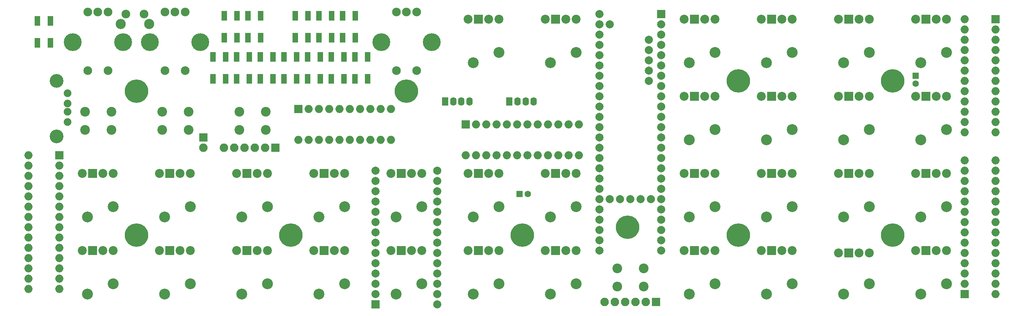
<source format=gbr>
G04 #@! TF.FileFunction,Soldermask,Top*
%FSLAX46Y46*%
G04 Gerber Fmt 4.6, Leading zero omitted, Abs format (unit mm)*
G04 Created by KiCad (PCBNEW 4.0.7) date Sat Mar 24 11:27:51 2018*
%MOMM*%
%LPD*%
G01*
G04 APERTURE LIST*
%ADD10C,0.100000*%
%ADD11R,1.600000X1.600000*%
%ADD12C,1.600000*%
%ADD13C,2.000000*%
%ADD14R,2.000000X2.000000*%
%ADD15C,2.686000*%
%ADD16C,2.500000*%
%ADD17C,2.150000*%
%ADD18C,1.900000*%
%ADD19C,3.400000*%
%ADD20O,2.000000X2.000000*%
%ADD21R,2.100000X2.100000*%
%ADD22O,2.100000X2.100000*%
%ADD23C,2.400000*%
%ADD24R,1.400000X2.400000*%
%ADD25O,4.400000X4.400000*%
%ADD26R,1.600000X2.100000*%
%ADD27O,1.600000X2.100000*%
%ADD28C,5.800000*%
%ADD29C,1.000000*%
%ADD30C,2.200000*%
%ADD31R,2.200000X2.200000*%
G04 APERTURE END LIST*
D10*
D11*
X195580000Y-102235000D03*
D12*
X197580000Y-102235000D03*
D11*
X293370000Y-73025000D03*
D12*
X293370000Y-75025000D03*
D13*
X230505000Y-98425000D03*
X230505000Y-100965000D03*
X230505000Y-103505000D03*
X230505000Y-106045000D03*
X230505000Y-95885000D03*
X230505000Y-93345000D03*
X230505000Y-90805000D03*
X230505000Y-108585000D03*
X230505000Y-111125000D03*
X230505000Y-113665000D03*
X230505000Y-116205000D03*
X227965000Y-103505000D03*
X225425000Y-103505000D03*
X222885000Y-103505000D03*
X220345000Y-103505000D03*
X217805000Y-103505000D03*
X215265000Y-116205000D03*
X215265000Y-113665000D03*
X215265000Y-111125000D03*
X215265000Y-108585000D03*
X215265000Y-106045000D03*
X215265000Y-103505000D03*
X215265000Y-100965000D03*
X215265000Y-98425000D03*
X230505000Y-88265000D03*
X230505000Y-85725000D03*
X230505000Y-83185000D03*
X230505000Y-80645000D03*
X230505000Y-78105000D03*
X230505000Y-75565000D03*
X230505000Y-73025000D03*
X230505000Y-70485000D03*
X230505000Y-67945000D03*
X230505000Y-65405000D03*
X230505000Y-62865000D03*
X230505000Y-60325000D03*
D14*
X230505000Y-57785000D03*
D13*
X215265000Y-95885000D03*
X215265000Y-93345000D03*
X215265000Y-90805000D03*
X215265000Y-88265000D03*
X215265000Y-85725000D03*
X215265000Y-83185000D03*
X215265000Y-80645000D03*
X215265000Y-78105000D03*
X215265000Y-75565000D03*
X215265000Y-73025000D03*
X215265000Y-70485000D03*
X215265000Y-67945000D03*
X215265000Y-65405000D03*
X215265000Y-62865000D03*
X215265000Y-60325000D03*
X215265000Y-57785000D03*
X217805000Y-60325000D03*
X227505000Y-64135000D03*
X227505000Y-66675000D03*
X227505000Y-69215000D03*
X227505000Y-71755000D03*
X227505000Y-74295000D03*
D15*
X294640000Y-107950000D03*
X300990000Y-105410000D03*
X88900000Y-127000000D03*
X95250000Y-124460000D03*
X203200000Y-107950000D03*
X209550000Y-105410000D03*
X184150000Y-107950000D03*
X190500000Y-105410000D03*
X165100000Y-107950000D03*
X171450000Y-105410000D03*
X146050000Y-107950000D03*
X152400000Y-105410000D03*
X127000000Y-107950000D03*
X133350000Y-105410000D03*
X203200000Y-69850000D03*
X209550000Y-67310000D03*
X184150000Y-69850000D03*
X190500000Y-67310000D03*
X237490000Y-127000000D03*
X243840000Y-124460000D03*
X256540000Y-127000000D03*
X262890000Y-124460000D03*
X237490000Y-88900000D03*
X243840000Y-86360000D03*
X275590000Y-127000000D03*
X281940000Y-124460000D03*
X256540000Y-88900000D03*
X262890000Y-86360000D03*
X294640000Y-127000000D03*
X300990000Y-124460000D03*
X275590000Y-88900000D03*
X281940000Y-86360000D03*
X294640000Y-88900000D03*
X300990000Y-86360000D03*
X256540000Y-107950000D03*
X262890000Y-105410000D03*
X237490000Y-69850000D03*
X243840000Y-67310000D03*
X275590000Y-107950000D03*
X281940000Y-105410000D03*
X256540000Y-69850000D03*
X262890000Y-67310000D03*
X294640000Y-69850000D03*
X300990000Y-67310000D03*
X203200000Y-127000000D03*
X209550000Y-124460000D03*
X184150000Y-127000000D03*
X190500000Y-124460000D03*
X165100000Y-127000000D03*
X171450000Y-124460000D03*
X146050000Y-127000000D03*
X152400000Y-124460000D03*
X127000000Y-127000000D03*
X133350000Y-124460000D03*
X107950000Y-127000000D03*
X114300000Y-124460000D03*
X275590000Y-69850000D03*
X281940000Y-67310000D03*
X237490000Y-107950000D03*
X243840000Y-105410000D03*
X107950000Y-107950000D03*
X114300000Y-105410000D03*
X88900000Y-107950000D03*
X95250000Y-105410000D03*
D16*
X97110000Y-60275000D03*
D17*
X98370000Y-57785000D03*
X102870000Y-57785000D03*
D16*
X104120000Y-60275000D03*
D13*
X175260000Y-96520000D03*
X160020000Y-96520000D03*
X175260000Y-99060000D03*
X175260000Y-101600000D03*
X175260000Y-104140000D03*
X175260000Y-106680000D03*
X175260000Y-109220000D03*
X175260000Y-111760000D03*
X175260000Y-114300000D03*
X175260000Y-116840000D03*
X175260000Y-119380000D03*
X175260000Y-121920000D03*
X175260000Y-124460000D03*
X175260000Y-127000000D03*
X175260000Y-129540000D03*
X160020000Y-99060000D03*
X160020000Y-101600000D03*
X160020000Y-104140000D03*
X160020000Y-106680000D03*
X160020000Y-109220000D03*
X160020000Y-111760000D03*
X160020000Y-114300000D03*
X160020000Y-116840000D03*
X160020000Y-119380000D03*
X160020000Y-121920000D03*
X160020000Y-124460000D03*
X160020000Y-127000000D03*
D14*
X160020000Y-129540000D03*
D18*
X83950000Y-77345000D03*
X83950000Y-79885000D03*
X83950000Y-81915000D03*
X83950000Y-84455000D03*
D19*
X81280000Y-74295000D03*
X81280000Y-88015000D03*
D14*
X81915000Y-92710000D03*
D20*
X74295000Y-125730000D03*
X81915000Y-95250000D03*
X74295000Y-123190000D03*
X81915000Y-97790000D03*
X74295000Y-120650000D03*
X81915000Y-100330000D03*
X74295000Y-118110000D03*
X81915000Y-102870000D03*
X74295000Y-115570000D03*
X81915000Y-105410000D03*
X74295000Y-113030000D03*
X81915000Y-107950000D03*
X74295000Y-110490000D03*
X81915000Y-110490000D03*
X74295000Y-107950000D03*
X81915000Y-113030000D03*
X74295000Y-105410000D03*
X81915000Y-115570000D03*
X74295000Y-102870000D03*
X81915000Y-118110000D03*
X74295000Y-100330000D03*
X81915000Y-120650000D03*
X74295000Y-97790000D03*
X81915000Y-123190000D03*
X74295000Y-95250000D03*
X81915000Y-125730000D03*
X74295000Y-92710000D03*
D14*
X305435000Y-127000000D03*
D20*
X313055000Y-93980000D03*
X305435000Y-124460000D03*
X313055000Y-96520000D03*
X305435000Y-121920000D03*
X313055000Y-99060000D03*
X305435000Y-119380000D03*
X313055000Y-101600000D03*
X305435000Y-116840000D03*
X313055000Y-104140000D03*
X305435000Y-114300000D03*
X313055000Y-106680000D03*
X305435000Y-111760000D03*
X313055000Y-109220000D03*
X305435000Y-109220000D03*
X313055000Y-111760000D03*
X305435000Y-106680000D03*
X313055000Y-114300000D03*
X305435000Y-104140000D03*
X313055000Y-116840000D03*
X305435000Y-101600000D03*
X313055000Y-119380000D03*
X305435000Y-99060000D03*
X313055000Y-121920000D03*
X305435000Y-96520000D03*
X313055000Y-124460000D03*
X305435000Y-93980000D03*
X313055000Y-127000000D03*
D21*
X135255000Y-90805000D03*
D22*
X132715000Y-90805000D03*
X130175000Y-90805000D03*
X127635000Y-90805000D03*
X125095000Y-90805000D03*
X122555000Y-90805000D03*
D14*
X182245000Y-85090000D03*
D20*
X210185000Y-92710000D03*
X184785000Y-85090000D03*
X207645000Y-92710000D03*
X187325000Y-85090000D03*
X205105000Y-92710000D03*
X189865000Y-85090000D03*
X202565000Y-92710000D03*
X192405000Y-85090000D03*
X200025000Y-92710000D03*
X194945000Y-85090000D03*
X197485000Y-92710000D03*
X197485000Y-85090000D03*
X194945000Y-92710000D03*
X200025000Y-85090000D03*
X192405000Y-92710000D03*
X202565000Y-85090000D03*
X189865000Y-92710000D03*
X205105000Y-85090000D03*
X187325000Y-92710000D03*
X207645000Y-85090000D03*
X184785000Y-92710000D03*
X210185000Y-85090000D03*
X182245000Y-92710000D03*
D23*
X107315000Y-86415000D03*
X107315000Y-81915000D03*
X113815000Y-86415000D03*
X113815000Y-81915000D03*
X88265000Y-86415000D03*
X88265000Y-81915000D03*
X94765000Y-86415000D03*
X94765000Y-81915000D03*
X126365000Y-86415000D03*
X126365000Y-81915000D03*
X132865000Y-86415000D03*
X132865000Y-81915000D03*
D14*
X140970000Y-81280000D03*
D20*
X163830000Y-88900000D03*
X143510000Y-81280000D03*
X161290000Y-88900000D03*
X146050000Y-81280000D03*
X158750000Y-88900000D03*
X148590000Y-81280000D03*
X156210000Y-88900000D03*
X151130000Y-81280000D03*
X153670000Y-88900000D03*
X153670000Y-81280000D03*
X151130000Y-88900000D03*
X156210000Y-81280000D03*
X148590000Y-88900000D03*
X158750000Y-81280000D03*
X146050000Y-88900000D03*
X161290000Y-81280000D03*
X143510000Y-88900000D03*
X163830000Y-81280000D03*
X140970000Y-88900000D03*
D24*
X76505000Y-64930000D03*
X79705000Y-64930000D03*
X76505000Y-59530000D03*
X79705000Y-59530000D03*
X154864000Y-73820000D03*
X158064000Y-73820000D03*
X154864000Y-68420000D03*
X158064000Y-68420000D03*
X151816000Y-63660000D03*
X155016000Y-63660000D03*
X151816000Y-58260000D03*
X155016000Y-58260000D03*
X149022000Y-73820000D03*
X152222000Y-73820000D03*
X149022000Y-68420000D03*
X152222000Y-68420000D03*
X145974000Y-63660000D03*
X149174000Y-63660000D03*
X145974000Y-58260000D03*
X149174000Y-58260000D03*
X143180000Y-73820000D03*
X146380000Y-73820000D03*
X143180000Y-68420000D03*
X146380000Y-68420000D03*
X140132000Y-63660000D03*
X143332000Y-63660000D03*
X140132000Y-58260000D03*
X143332000Y-58260000D03*
X137338000Y-73820000D03*
X140538000Y-73820000D03*
X137338000Y-68420000D03*
X140538000Y-68420000D03*
X131496000Y-73820000D03*
X134696000Y-73820000D03*
X131496000Y-68420000D03*
X134696000Y-68420000D03*
X128448000Y-63660000D03*
X131648000Y-63660000D03*
X128448000Y-58260000D03*
X131648000Y-58260000D03*
X125654000Y-73820000D03*
X128854000Y-73820000D03*
X125654000Y-68420000D03*
X128854000Y-68420000D03*
X122606000Y-63660000D03*
X125806000Y-63660000D03*
X122606000Y-58260000D03*
X125806000Y-58260000D03*
X119812000Y-73820000D03*
X123012000Y-73820000D03*
X119812000Y-68420000D03*
X123012000Y-68420000D03*
D17*
X93940000Y-57270000D03*
X88940000Y-57270000D03*
X91440000Y-57270000D03*
X88940000Y-71770000D03*
X93940000Y-71770000D03*
D25*
X85240000Y-64770000D03*
X97640000Y-64770000D03*
D17*
X112990000Y-57270000D03*
X107990000Y-57270000D03*
X110490000Y-57270000D03*
X107990000Y-71770000D03*
X112990000Y-71770000D03*
D25*
X104290000Y-64770000D03*
X116690000Y-64770000D03*
D17*
X170140000Y-57270000D03*
X165140000Y-57270000D03*
X167640000Y-57270000D03*
X165140000Y-71770000D03*
X170140000Y-71770000D03*
D25*
X161440000Y-64770000D03*
X173840000Y-64770000D03*
D21*
X229235000Y-128905000D03*
D22*
X226695000Y-128905000D03*
X224155000Y-128905000D03*
X221615000Y-128905000D03*
X219075000Y-128905000D03*
X216535000Y-128905000D03*
D26*
X193040000Y-79375000D03*
D27*
X195040000Y-79375000D03*
X197040000Y-79375000D03*
X199040000Y-79375000D03*
D26*
X177165000Y-79375000D03*
D27*
X179165000Y-79375000D03*
X181165000Y-79375000D03*
X183165000Y-79375000D03*
D23*
X219710000Y-125150000D03*
X219710000Y-120650000D03*
X226210000Y-125150000D03*
X226210000Y-120650000D03*
D28*
X100965000Y-76835000D03*
D29*
X102990000Y-76835000D03*
X102396891Y-78266891D03*
X100965000Y-78860000D03*
X99533109Y-78266891D03*
X98940000Y-76835000D03*
X99533109Y-75403109D03*
X100965000Y-74810000D03*
X102396891Y-75403109D03*
D28*
X167640000Y-76835000D03*
D29*
X169665000Y-76835000D03*
X169071891Y-78266891D03*
X167640000Y-78860000D03*
X166208109Y-78266891D03*
X165615000Y-76835000D03*
X166208109Y-75403109D03*
X167640000Y-74810000D03*
X169071891Y-75403109D03*
D28*
X222250000Y-110490000D03*
D29*
X224275000Y-110490000D03*
X223681891Y-111921891D03*
X222250000Y-112515000D03*
X220818109Y-111921891D03*
X220225000Y-110490000D03*
X220818109Y-109058109D03*
X222250000Y-108465000D03*
X223681891Y-109058109D03*
D28*
X196215000Y-112395000D03*
D29*
X198240000Y-112395000D03*
X197646891Y-113826891D03*
X196215000Y-114420000D03*
X194783109Y-113826891D03*
X194190000Y-112395000D03*
X194783109Y-110963109D03*
X196215000Y-110370000D03*
X197646891Y-110963109D03*
D28*
X287655000Y-112395000D03*
D29*
X289680000Y-112395000D03*
X289086891Y-113826891D03*
X287655000Y-114420000D03*
X286223109Y-113826891D03*
X285630000Y-112395000D03*
X286223109Y-110963109D03*
X287655000Y-110370000D03*
X289086891Y-110963109D03*
D28*
X249555000Y-74295000D03*
D29*
X251580000Y-74295000D03*
X250986891Y-75726891D03*
X249555000Y-76320000D03*
X248123109Y-75726891D03*
X247530000Y-74295000D03*
X248123109Y-72863109D03*
X249555000Y-72270000D03*
X250986891Y-72863109D03*
D28*
X249555000Y-112395000D03*
D29*
X251580000Y-112395000D03*
X250986891Y-113826891D03*
X249555000Y-114420000D03*
X248123109Y-113826891D03*
X247530000Y-112395000D03*
X248123109Y-110963109D03*
X249555000Y-110370000D03*
X250986891Y-110963109D03*
D28*
X100965000Y-112395000D03*
D29*
X102990000Y-112395000D03*
X102396891Y-113826891D03*
X100965000Y-114420000D03*
X99533109Y-113826891D03*
X98940000Y-112395000D03*
X99533109Y-110963109D03*
X100965000Y-110370000D03*
X102396891Y-110963109D03*
D28*
X139065000Y-112395000D03*
D29*
X141090000Y-112395000D03*
X140496891Y-113826891D03*
X139065000Y-114420000D03*
X137633109Y-113826891D03*
X137040000Y-112395000D03*
X137633109Y-110963109D03*
X139065000Y-110370000D03*
X140496891Y-110963109D03*
D28*
X287655000Y-74295000D03*
D29*
X289680000Y-74295000D03*
X289086891Y-75726891D03*
X287655000Y-76320000D03*
X286223109Y-75726891D03*
X285630000Y-74295000D03*
X286223109Y-72863109D03*
X287655000Y-72270000D03*
X289086891Y-72863109D03*
D14*
X313055000Y-59055000D03*
D20*
X305435000Y-86995000D03*
X313055000Y-61595000D03*
X305435000Y-84455000D03*
X313055000Y-64135000D03*
X305435000Y-81915000D03*
X313055000Y-66675000D03*
X305435000Y-79375000D03*
X313055000Y-69215000D03*
X305435000Y-76835000D03*
X313055000Y-71755000D03*
X305435000Y-74295000D03*
X313055000Y-74295000D03*
X305435000Y-71755000D03*
X313055000Y-76835000D03*
X305435000Y-69215000D03*
X313055000Y-79375000D03*
X305435000Y-66675000D03*
X313055000Y-81915000D03*
X305435000Y-64135000D03*
X313055000Y-84455000D03*
X305435000Y-61595000D03*
X313055000Y-86995000D03*
X305435000Y-59055000D03*
D30*
X92710000Y-116205000D03*
X87630000Y-116205000D03*
D31*
X90170000Y-116205000D03*
D30*
X95250000Y-116205000D03*
X111760000Y-116205000D03*
X106680000Y-116205000D03*
D31*
X109220000Y-116205000D03*
D30*
X114300000Y-116205000D03*
X130810000Y-116205000D03*
X125730000Y-116205000D03*
D31*
X128270000Y-116205000D03*
D30*
X133350000Y-116205000D03*
X149860000Y-116205000D03*
X144780000Y-116205000D03*
D31*
X147320000Y-116205000D03*
D30*
X152400000Y-116205000D03*
X168910000Y-116205000D03*
X163830000Y-116205000D03*
D31*
X166370000Y-116205000D03*
D30*
X171450000Y-116205000D03*
X187960000Y-116205000D03*
X182880000Y-116205000D03*
D31*
X185420000Y-116205000D03*
D30*
X190500000Y-116205000D03*
X207010000Y-116205000D03*
X201930000Y-116205000D03*
D31*
X204470000Y-116205000D03*
D30*
X209550000Y-116205000D03*
X92710000Y-97155000D03*
X87630000Y-97155000D03*
D31*
X90170000Y-97155000D03*
D30*
X95250000Y-97155000D03*
X111760000Y-97155000D03*
X106680000Y-97155000D03*
D31*
X109220000Y-97155000D03*
D30*
X114300000Y-97155000D03*
X130810000Y-97155000D03*
X125730000Y-97155000D03*
D31*
X128270000Y-97155000D03*
D30*
X133350000Y-97155000D03*
X149860000Y-97155000D03*
X144780000Y-97155000D03*
D31*
X147320000Y-97155000D03*
D30*
X152400000Y-97155000D03*
X168910000Y-97155000D03*
X163830000Y-97155000D03*
D31*
X166370000Y-97155000D03*
D30*
X171450000Y-97155000D03*
X187960000Y-97155000D03*
X182880000Y-97155000D03*
D31*
X185420000Y-97155000D03*
D30*
X190500000Y-97155000D03*
X207010000Y-97155000D03*
X201930000Y-97155000D03*
D31*
X204470000Y-97155000D03*
D30*
X209550000Y-97155000D03*
X187960000Y-59055000D03*
X182880000Y-59055000D03*
D31*
X185420000Y-59055000D03*
D30*
X190500000Y-59055000D03*
X207010000Y-59055000D03*
X201930000Y-59055000D03*
D31*
X204470000Y-59055000D03*
D30*
X209550000Y-59055000D03*
X241300000Y-116205000D03*
X236220000Y-116205000D03*
D31*
X238760000Y-116205000D03*
D30*
X243840000Y-116205000D03*
X260350000Y-116205000D03*
X255270000Y-116205000D03*
D31*
X257810000Y-116205000D03*
D30*
X262890000Y-116205000D03*
X279400000Y-116840000D03*
X274320000Y-116840000D03*
D31*
X276860000Y-116840000D03*
D30*
X281940000Y-116840000D03*
X298450000Y-116205000D03*
X293370000Y-116205000D03*
D31*
X295910000Y-116205000D03*
D30*
X300990000Y-116205000D03*
X241300000Y-97155000D03*
X236220000Y-97155000D03*
D31*
X238760000Y-97155000D03*
D30*
X243840000Y-97155000D03*
X260350000Y-97155000D03*
X255270000Y-97155000D03*
D31*
X257810000Y-97155000D03*
D30*
X262890000Y-97155000D03*
X279400000Y-97155000D03*
X274320000Y-97155000D03*
D31*
X276860000Y-97155000D03*
D30*
X281940000Y-97155000D03*
X298450000Y-97155000D03*
X293370000Y-97155000D03*
D31*
X295910000Y-97155000D03*
D30*
X300990000Y-97155000D03*
X241300000Y-78105000D03*
X236220000Y-78105000D03*
D31*
X238760000Y-78105000D03*
D30*
X243840000Y-78105000D03*
X260350000Y-78105000D03*
X255270000Y-78105000D03*
D31*
X257810000Y-78105000D03*
D30*
X262890000Y-78105000D03*
X279400000Y-78105000D03*
X274320000Y-78105000D03*
D31*
X276860000Y-78105000D03*
D30*
X281940000Y-78105000D03*
X298450000Y-78105000D03*
X293370000Y-78105000D03*
D31*
X295910000Y-78105000D03*
D30*
X300990000Y-78105000D03*
X241300000Y-59055000D03*
X236220000Y-59055000D03*
D31*
X238760000Y-59055000D03*
D30*
X243840000Y-59055000D03*
X260350000Y-59055000D03*
X255270000Y-59055000D03*
D31*
X257810000Y-59055000D03*
D30*
X262890000Y-59055000D03*
X279400000Y-59055000D03*
X274320000Y-59055000D03*
D31*
X276860000Y-59055000D03*
D30*
X281940000Y-59055000D03*
X298450000Y-59055000D03*
X293370000Y-59055000D03*
D31*
X295910000Y-59055000D03*
D30*
X300990000Y-59055000D03*
D21*
X117475000Y-88265000D03*
D22*
X117475000Y-90805000D03*
M02*

</source>
